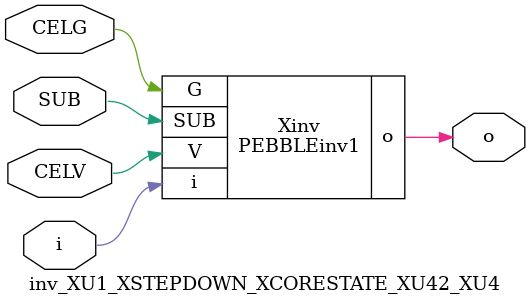
<source format=v>



module PEBBLEinv1 ( o, G, SUB, V, i );

  input V;
  input i;
  input G;
  output o;
  input SUB;
endmodule

//Celera Confidential Do Not Copy inv_XU1_XSTEPDOWN_XCORESTATE_XU42_XU4
//Celera Confidential Symbol Generator
//5V Inverter
module inv_XU1_XSTEPDOWN_XCORESTATE_XU42_XU4 (CELV,CELG,i,o,SUB);
input CELV;
input CELG;
input i;
input SUB;
output o;

//Celera Confidential Do Not Copy inv
PEBBLEinv1 Xinv(
.V (CELV),
.i (i),
.o (o),
.SUB (SUB),
.G (CELG)
);
//,diesize,PEBBLEinv1

//Celera Confidential Do Not Copy Module End
//Celera Schematic Generator
endmodule

</source>
